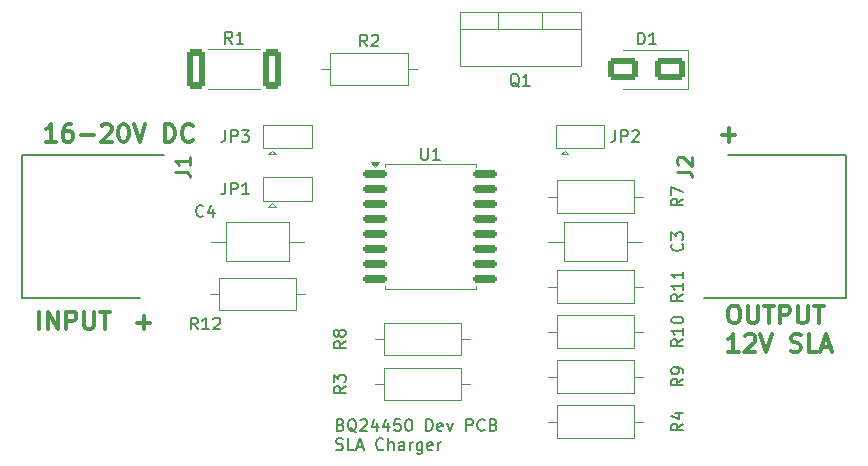
<source format=gto>
G04 #@! TF.GenerationSoftware,KiCad,Pcbnew,8.0.0*
G04 #@! TF.CreationDate,2024-03-03T11:24:10+11:00*
G04 #@! TF.ProjectId,BatteryCharger,42617474-6572-4794-9368-61726765722e,rev?*
G04 #@! TF.SameCoordinates,Original*
G04 #@! TF.FileFunction,Legend,Top*
G04 #@! TF.FilePolarity,Positive*
%FSLAX46Y46*%
G04 Gerber Fmt 4.6, Leading zero omitted, Abs format (unit mm)*
G04 Created by KiCad (PCBNEW 8.0.0) date 2024-03-03 11:24:10*
%MOMM*%
%LPD*%
G01*
G04 APERTURE LIST*
G04 Aperture macros list*
%AMRoundRect*
0 Rectangle with rounded corners*
0 $1 Rounding radius*
0 $2 $3 $4 $5 $6 $7 $8 $9 X,Y pos of 4 corners*
0 Add a 4 corners polygon primitive as box body*
4,1,4,$2,$3,$4,$5,$6,$7,$8,$9,$2,$3,0*
0 Add four circle primitives for the rounded corners*
1,1,$1+$1,$2,$3*
1,1,$1+$1,$4,$5*
1,1,$1+$1,$6,$7*
1,1,$1+$1,$8,$9*
0 Add four rect primitives between the rounded corners*
20,1,$1+$1,$2,$3,$4,$5,0*
20,1,$1+$1,$4,$5,$6,$7,0*
20,1,$1+$1,$6,$7,$8,$9,0*
20,1,$1+$1,$8,$9,$2,$3,0*%
G04 Aperture macros list end*
%ADD10C,0.300000*%
%ADD11C,0.150000*%
%ADD12C,0.254000*%
%ADD13C,0.120000*%
%ADD14C,0.200000*%
%ADD15RoundRect,0.250000X1.000000X0.650000X-1.000000X0.650000X-1.000000X-0.650000X1.000000X-0.650000X0*%
%ADD16R,2.400000X2.400000*%
%ADD17C,2.400000*%
%ADD18C,5.000000*%
%ADD19C,1.600000*%
%ADD20O,1.600000X1.600000*%
%ADD21R,1.000000X1.500000*%
%ADD22RoundRect,0.150000X-0.875000X-0.150000X0.875000X-0.150000X0.875000X0.150000X-0.875000X0.150000X0*%
%ADD23RoundRect,0.285714X-0.514286X-1.414286X0.514286X-1.414286X0.514286X1.414286X-0.514286X1.414286X0*%
%ADD24R,1.905000X2.000000*%
%ADD25O,1.905000X2.000000*%
G04 APERTURE END LIST*
D10*
X103424510Y-111624400D02*
X104567368Y-111624400D01*
X103995939Y-112195828D02*
X103995939Y-111052971D01*
X95169510Y-112195828D02*
X95169510Y-110695828D01*
X95883796Y-112195828D02*
X95883796Y-110695828D01*
X95883796Y-110695828D02*
X96740939Y-112195828D01*
X96740939Y-112195828D02*
X96740939Y-110695828D01*
X97455225Y-112195828D02*
X97455225Y-110695828D01*
X97455225Y-110695828D02*
X98026654Y-110695828D01*
X98026654Y-110695828D02*
X98169511Y-110767257D01*
X98169511Y-110767257D02*
X98240940Y-110838685D01*
X98240940Y-110838685D02*
X98312368Y-110981542D01*
X98312368Y-110981542D02*
X98312368Y-111195828D01*
X98312368Y-111195828D02*
X98240940Y-111338685D01*
X98240940Y-111338685D02*
X98169511Y-111410114D01*
X98169511Y-111410114D02*
X98026654Y-111481542D01*
X98026654Y-111481542D02*
X97455225Y-111481542D01*
X98955225Y-110695828D02*
X98955225Y-111910114D01*
X98955225Y-111910114D02*
X99026654Y-112052971D01*
X99026654Y-112052971D02*
X99098083Y-112124400D01*
X99098083Y-112124400D02*
X99240940Y-112195828D01*
X99240940Y-112195828D02*
X99526654Y-112195828D01*
X99526654Y-112195828D02*
X99669511Y-112124400D01*
X99669511Y-112124400D02*
X99740940Y-112052971D01*
X99740940Y-112052971D02*
X99812368Y-111910114D01*
X99812368Y-111910114D02*
X99812368Y-110695828D01*
X100312369Y-110695828D02*
X101169512Y-110695828D01*
X100740940Y-112195828D02*
X100740940Y-110695828D01*
X152954510Y-95749400D02*
X154097368Y-95749400D01*
X153525939Y-96320828D02*
X153525939Y-95177971D01*
D11*
X120685112Y-120291065D02*
X120827969Y-120338684D01*
X120827969Y-120338684D02*
X120875588Y-120386303D01*
X120875588Y-120386303D02*
X120923207Y-120481541D01*
X120923207Y-120481541D02*
X120923207Y-120624398D01*
X120923207Y-120624398D02*
X120875588Y-120719636D01*
X120875588Y-120719636D02*
X120827969Y-120767256D01*
X120827969Y-120767256D02*
X120732731Y-120814875D01*
X120732731Y-120814875D02*
X120351779Y-120814875D01*
X120351779Y-120814875D02*
X120351779Y-119814875D01*
X120351779Y-119814875D02*
X120685112Y-119814875D01*
X120685112Y-119814875D02*
X120780350Y-119862494D01*
X120780350Y-119862494D02*
X120827969Y-119910113D01*
X120827969Y-119910113D02*
X120875588Y-120005351D01*
X120875588Y-120005351D02*
X120875588Y-120100589D01*
X120875588Y-120100589D02*
X120827969Y-120195827D01*
X120827969Y-120195827D02*
X120780350Y-120243446D01*
X120780350Y-120243446D02*
X120685112Y-120291065D01*
X120685112Y-120291065D02*
X120351779Y-120291065D01*
X122018445Y-120910113D02*
X121923207Y-120862494D01*
X121923207Y-120862494D02*
X121827969Y-120767256D01*
X121827969Y-120767256D02*
X121685112Y-120624398D01*
X121685112Y-120624398D02*
X121589874Y-120576779D01*
X121589874Y-120576779D02*
X121494636Y-120576779D01*
X121542255Y-120814875D02*
X121447017Y-120767256D01*
X121447017Y-120767256D02*
X121351779Y-120672017D01*
X121351779Y-120672017D02*
X121304160Y-120481541D01*
X121304160Y-120481541D02*
X121304160Y-120148208D01*
X121304160Y-120148208D02*
X121351779Y-119957732D01*
X121351779Y-119957732D02*
X121447017Y-119862494D01*
X121447017Y-119862494D02*
X121542255Y-119814875D01*
X121542255Y-119814875D02*
X121732731Y-119814875D01*
X121732731Y-119814875D02*
X121827969Y-119862494D01*
X121827969Y-119862494D02*
X121923207Y-119957732D01*
X121923207Y-119957732D02*
X121970826Y-120148208D01*
X121970826Y-120148208D02*
X121970826Y-120481541D01*
X121970826Y-120481541D02*
X121923207Y-120672017D01*
X121923207Y-120672017D02*
X121827969Y-120767256D01*
X121827969Y-120767256D02*
X121732731Y-120814875D01*
X121732731Y-120814875D02*
X121542255Y-120814875D01*
X122351779Y-119910113D02*
X122399398Y-119862494D01*
X122399398Y-119862494D02*
X122494636Y-119814875D01*
X122494636Y-119814875D02*
X122732731Y-119814875D01*
X122732731Y-119814875D02*
X122827969Y-119862494D01*
X122827969Y-119862494D02*
X122875588Y-119910113D01*
X122875588Y-119910113D02*
X122923207Y-120005351D01*
X122923207Y-120005351D02*
X122923207Y-120100589D01*
X122923207Y-120100589D02*
X122875588Y-120243446D01*
X122875588Y-120243446D02*
X122304160Y-120814875D01*
X122304160Y-120814875D02*
X122923207Y-120814875D01*
X123780350Y-120148208D02*
X123780350Y-120814875D01*
X123542255Y-119767256D02*
X123304160Y-120481541D01*
X123304160Y-120481541D02*
X123923207Y-120481541D01*
X124732731Y-120148208D02*
X124732731Y-120814875D01*
X124494636Y-119767256D02*
X124256541Y-120481541D01*
X124256541Y-120481541D02*
X124875588Y-120481541D01*
X125732731Y-119814875D02*
X125256541Y-119814875D01*
X125256541Y-119814875D02*
X125208922Y-120291065D01*
X125208922Y-120291065D02*
X125256541Y-120243446D01*
X125256541Y-120243446D02*
X125351779Y-120195827D01*
X125351779Y-120195827D02*
X125589874Y-120195827D01*
X125589874Y-120195827D02*
X125685112Y-120243446D01*
X125685112Y-120243446D02*
X125732731Y-120291065D01*
X125732731Y-120291065D02*
X125780350Y-120386303D01*
X125780350Y-120386303D02*
X125780350Y-120624398D01*
X125780350Y-120624398D02*
X125732731Y-120719636D01*
X125732731Y-120719636D02*
X125685112Y-120767256D01*
X125685112Y-120767256D02*
X125589874Y-120814875D01*
X125589874Y-120814875D02*
X125351779Y-120814875D01*
X125351779Y-120814875D02*
X125256541Y-120767256D01*
X125256541Y-120767256D02*
X125208922Y-120719636D01*
X126399398Y-119814875D02*
X126494636Y-119814875D01*
X126494636Y-119814875D02*
X126589874Y-119862494D01*
X126589874Y-119862494D02*
X126637493Y-119910113D01*
X126637493Y-119910113D02*
X126685112Y-120005351D01*
X126685112Y-120005351D02*
X126732731Y-120195827D01*
X126732731Y-120195827D02*
X126732731Y-120433922D01*
X126732731Y-120433922D02*
X126685112Y-120624398D01*
X126685112Y-120624398D02*
X126637493Y-120719636D01*
X126637493Y-120719636D02*
X126589874Y-120767256D01*
X126589874Y-120767256D02*
X126494636Y-120814875D01*
X126494636Y-120814875D02*
X126399398Y-120814875D01*
X126399398Y-120814875D02*
X126304160Y-120767256D01*
X126304160Y-120767256D02*
X126256541Y-120719636D01*
X126256541Y-120719636D02*
X126208922Y-120624398D01*
X126208922Y-120624398D02*
X126161303Y-120433922D01*
X126161303Y-120433922D02*
X126161303Y-120195827D01*
X126161303Y-120195827D02*
X126208922Y-120005351D01*
X126208922Y-120005351D02*
X126256541Y-119910113D01*
X126256541Y-119910113D02*
X126304160Y-119862494D01*
X126304160Y-119862494D02*
X126399398Y-119814875D01*
X127923208Y-120814875D02*
X127923208Y-119814875D01*
X127923208Y-119814875D02*
X128161303Y-119814875D01*
X128161303Y-119814875D02*
X128304160Y-119862494D01*
X128304160Y-119862494D02*
X128399398Y-119957732D01*
X128399398Y-119957732D02*
X128447017Y-120052970D01*
X128447017Y-120052970D02*
X128494636Y-120243446D01*
X128494636Y-120243446D02*
X128494636Y-120386303D01*
X128494636Y-120386303D02*
X128447017Y-120576779D01*
X128447017Y-120576779D02*
X128399398Y-120672017D01*
X128399398Y-120672017D02*
X128304160Y-120767256D01*
X128304160Y-120767256D02*
X128161303Y-120814875D01*
X128161303Y-120814875D02*
X127923208Y-120814875D01*
X129304160Y-120767256D02*
X129208922Y-120814875D01*
X129208922Y-120814875D02*
X129018446Y-120814875D01*
X129018446Y-120814875D02*
X128923208Y-120767256D01*
X128923208Y-120767256D02*
X128875589Y-120672017D01*
X128875589Y-120672017D02*
X128875589Y-120291065D01*
X128875589Y-120291065D02*
X128923208Y-120195827D01*
X128923208Y-120195827D02*
X129018446Y-120148208D01*
X129018446Y-120148208D02*
X129208922Y-120148208D01*
X129208922Y-120148208D02*
X129304160Y-120195827D01*
X129304160Y-120195827D02*
X129351779Y-120291065D01*
X129351779Y-120291065D02*
X129351779Y-120386303D01*
X129351779Y-120386303D02*
X128875589Y-120481541D01*
X129685113Y-120148208D02*
X129923208Y-120814875D01*
X129923208Y-120814875D02*
X130161303Y-120148208D01*
X131304161Y-120814875D02*
X131304161Y-119814875D01*
X131304161Y-119814875D02*
X131685113Y-119814875D01*
X131685113Y-119814875D02*
X131780351Y-119862494D01*
X131780351Y-119862494D02*
X131827970Y-119910113D01*
X131827970Y-119910113D02*
X131875589Y-120005351D01*
X131875589Y-120005351D02*
X131875589Y-120148208D01*
X131875589Y-120148208D02*
X131827970Y-120243446D01*
X131827970Y-120243446D02*
X131780351Y-120291065D01*
X131780351Y-120291065D02*
X131685113Y-120338684D01*
X131685113Y-120338684D02*
X131304161Y-120338684D01*
X132875589Y-120719636D02*
X132827970Y-120767256D01*
X132827970Y-120767256D02*
X132685113Y-120814875D01*
X132685113Y-120814875D02*
X132589875Y-120814875D01*
X132589875Y-120814875D02*
X132447018Y-120767256D01*
X132447018Y-120767256D02*
X132351780Y-120672017D01*
X132351780Y-120672017D02*
X132304161Y-120576779D01*
X132304161Y-120576779D02*
X132256542Y-120386303D01*
X132256542Y-120386303D02*
X132256542Y-120243446D01*
X132256542Y-120243446D02*
X132304161Y-120052970D01*
X132304161Y-120052970D02*
X132351780Y-119957732D01*
X132351780Y-119957732D02*
X132447018Y-119862494D01*
X132447018Y-119862494D02*
X132589875Y-119814875D01*
X132589875Y-119814875D02*
X132685113Y-119814875D01*
X132685113Y-119814875D02*
X132827970Y-119862494D01*
X132827970Y-119862494D02*
X132875589Y-119910113D01*
X133637494Y-120291065D02*
X133780351Y-120338684D01*
X133780351Y-120338684D02*
X133827970Y-120386303D01*
X133827970Y-120386303D02*
X133875589Y-120481541D01*
X133875589Y-120481541D02*
X133875589Y-120624398D01*
X133875589Y-120624398D02*
X133827970Y-120719636D01*
X133827970Y-120719636D02*
X133780351Y-120767256D01*
X133780351Y-120767256D02*
X133685113Y-120814875D01*
X133685113Y-120814875D02*
X133304161Y-120814875D01*
X133304161Y-120814875D02*
X133304161Y-119814875D01*
X133304161Y-119814875D02*
X133637494Y-119814875D01*
X133637494Y-119814875D02*
X133732732Y-119862494D01*
X133732732Y-119862494D02*
X133780351Y-119910113D01*
X133780351Y-119910113D02*
X133827970Y-120005351D01*
X133827970Y-120005351D02*
X133827970Y-120100589D01*
X133827970Y-120100589D02*
X133780351Y-120195827D01*
X133780351Y-120195827D02*
X133732732Y-120243446D01*
X133732732Y-120243446D02*
X133637494Y-120291065D01*
X133637494Y-120291065D02*
X133304161Y-120291065D01*
X120304160Y-122377200D02*
X120447017Y-122424819D01*
X120447017Y-122424819D02*
X120685112Y-122424819D01*
X120685112Y-122424819D02*
X120780350Y-122377200D01*
X120780350Y-122377200D02*
X120827969Y-122329580D01*
X120827969Y-122329580D02*
X120875588Y-122234342D01*
X120875588Y-122234342D02*
X120875588Y-122139104D01*
X120875588Y-122139104D02*
X120827969Y-122043866D01*
X120827969Y-122043866D02*
X120780350Y-121996247D01*
X120780350Y-121996247D02*
X120685112Y-121948628D01*
X120685112Y-121948628D02*
X120494636Y-121901009D01*
X120494636Y-121901009D02*
X120399398Y-121853390D01*
X120399398Y-121853390D02*
X120351779Y-121805771D01*
X120351779Y-121805771D02*
X120304160Y-121710533D01*
X120304160Y-121710533D02*
X120304160Y-121615295D01*
X120304160Y-121615295D02*
X120351779Y-121520057D01*
X120351779Y-121520057D02*
X120399398Y-121472438D01*
X120399398Y-121472438D02*
X120494636Y-121424819D01*
X120494636Y-121424819D02*
X120732731Y-121424819D01*
X120732731Y-121424819D02*
X120875588Y-121472438D01*
X121780350Y-122424819D02*
X121304160Y-122424819D01*
X121304160Y-122424819D02*
X121304160Y-121424819D01*
X122066065Y-122139104D02*
X122542255Y-122139104D01*
X121970827Y-122424819D02*
X122304160Y-121424819D01*
X122304160Y-121424819D02*
X122637493Y-122424819D01*
X124304160Y-122329580D02*
X124256541Y-122377200D01*
X124256541Y-122377200D02*
X124113684Y-122424819D01*
X124113684Y-122424819D02*
X124018446Y-122424819D01*
X124018446Y-122424819D02*
X123875589Y-122377200D01*
X123875589Y-122377200D02*
X123780351Y-122281961D01*
X123780351Y-122281961D02*
X123732732Y-122186723D01*
X123732732Y-122186723D02*
X123685113Y-121996247D01*
X123685113Y-121996247D02*
X123685113Y-121853390D01*
X123685113Y-121853390D02*
X123732732Y-121662914D01*
X123732732Y-121662914D02*
X123780351Y-121567676D01*
X123780351Y-121567676D02*
X123875589Y-121472438D01*
X123875589Y-121472438D02*
X124018446Y-121424819D01*
X124018446Y-121424819D02*
X124113684Y-121424819D01*
X124113684Y-121424819D02*
X124256541Y-121472438D01*
X124256541Y-121472438D02*
X124304160Y-121520057D01*
X124732732Y-122424819D02*
X124732732Y-121424819D01*
X125161303Y-122424819D02*
X125161303Y-121901009D01*
X125161303Y-121901009D02*
X125113684Y-121805771D01*
X125113684Y-121805771D02*
X125018446Y-121758152D01*
X125018446Y-121758152D02*
X124875589Y-121758152D01*
X124875589Y-121758152D02*
X124780351Y-121805771D01*
X124780351Y-121805771D02*
X124732732Y-121853390D01*
X126066065Y-122424819D02*
X126066065Y-121901009D01*
X126066065Y-121901009D02*
X126018446Y-121805771D01*
X126018446Y-121805771D02*
X125923208Y-121758152D01*
X125923208Y-121758152D02*
X125732732Y-121758152D01*
X125732732Y-121758152D02*
X125637494Y-121805771D01*
X126066065Y-122377200D02*
X125970827Y-122424819D01*
X125970827Y-122424819D02*
X125732732Y-122424819D01*
X125732732Y-122424819D02*
X125637494Y-122377200D01*
X125637494Y-122377200D02*
X125589875Y-122281961D01*
X125589875Y-122281961D02*
X125589875Y-122186723D01*
X125589875Y-122186723D02*
X125637494Y-122091485D01*
X125637494Y-122091485D02*
X125732732Y-122043866D01*
X125732732Y-122043866D02*
X125970827Y-122043866D01*
X125970827Y-122043866D02*
X126066065Y-121996247D01*
X126542256Y-122424819D02*
X126542256Y-121758152D01*
X126542256Y-121948628D02*
X126589875Y-121853390D01*
X126589875Y-121853390D02*
X126637494Y-121805771D01*
X126637494Y-121805771D02*
X126732732Y-121758152D01*
X126732732Y-121758152D02*
X126827970Y-121758152D01*
X127589875Y-121758152D02*
X127589875Y-122567676D01*
X127589875Y-122567676D02*
X127542256Y-122662914D01*
X127542256Y-122662914D02*
X127494637Y-122710533D01*
X127494637Y-122710533D02*
X127399399Y-122758152D01*
X127399399Y-122758152D02*
X127256542Y-122758152D01*
X127256542Y-122758152D02*
X127161304Y-122710533D01*
X127589875Y-122377200D02*
X127494637Y-122424819D01*
X127494637Y-122424819D02*
X127304161Y-122424819D01*
X127304161Y-122424819D02*
X127208923Y-122377200D01*
X127208923Y-122377200D02*
X127161304Y-122329580D01*
X127161304Y-122329580D02*
X127113685Y-122234342D01*
X127113685Y-122234342D02*
X127113685Y-121948628D01*
X127113685Y-121948628D02*
X127161304Y-121853390D01*
X127161304Y-121853390D02*
X127208923Y-121805771D01*
X127208923Y-121805771D02*
X127304161Y-121758152D01*
X127304161Y-121758152D02*
X127494637Y-121758152D01*
X127494637Y-121758152D02*
X127589875Y-121805771D01*
X128447018Y-122377200D02*
X128351780Y-122424819D01*
X128351780Y-122424819D02*
X128161304Y-122424819D01*
X128161304Y-122424819D02*
X128066066Y-122377200D01*
X128066066Y-122377200D02*
X128018447Y-122281961D01*
X128018447Y-122281961D02*
X128018447Y-121901009D01*
X128018447Y-121901009D02*
X128066066Y-121805771D01*
X128066066Y-121805771D02*
X128161304Y-121758152D01*
X128161304Y-121758152D02*
X128351780Y-121758152D01*
X128351780Y-121758152D02*
X128447018Y-121805771D01*
X128447018Y-121805771D02*
X128494637Y-121901009D01*
X128494637Y-121901009D02*
X128494637Y-121996247D01*
X128494637Y-121996247D02*
X128018447Y-122091485D01*
X128923209Y-122424819D02*
X128923209Y-121758152D01*
X128923209Y-121948628D02*
X128970828Y-121853390D01*
X128970828Y-121853390D02*
X129018447Y-121805771D01*
X129018447Y-121805771D02*
X129113685Y-121758152D01*
X129113685Y-121758152D02*
X129208923Y-121758152D01*
D10*
X96590225Y-96320828D02*
X95733082Y-96320828D01*
X96161653Y-96320828D02*
X96161653Y-94820828D01*
X96161653Y-94820828D02*
X96018796Y-95035114D01*
X96018796Y-95035114D02*
X95875939Y-95177971D01*
X95875939Y-95177971D02*
X95733082Y-95249400D01*
X97875939Y-94820828D02*
X97590224Y-94820828D01*
X97590224Y-94820828D02*
X97447367Y-94892257D01*
X97447367Y-94892257D02*
X97375939Y-94963685D01*
X97375939Y-94963685D02*
X97233081Y-95177971D01*
X97233081Y-95177971D02*
X97161653Y-95463685D01*
X97161653Y-95463685D02*
X97161653Y-96035114D01*
X97161653Y-96035114D02*
X97233081Y-96177971D01*
X97233081Y-96177971D02*
X97304510Y-96249400D01*
X97304510Y-96249400D02*
X97447367Y-96320828D01*
X97447367Y-96320828D02*
X97733081Y-96320828D01*
X97733081Y-96320828D02*
X97875939Y-96249400D01*
X97875939Y-96249400D02*
X97947367Y-96177971D01*
X97947367Y-96177971D02*
X98018796Y-96035114D01*
X98018796Y-96035114D02*
X98018796Y-95677971D01*
X98018796Y-95677971D02*
X97947367Y-95535114D01*
X97947367Y-95535114D02*
X97875939Y-95463685D01*
X97875939Y-95463685D02*
X97733081Y-95392257D01*
X97733081Y-95392257D02*
X97447367Y-95392257D01*
X97447367Y-95392257D02*
X97304510Y-95463685D01*
X97304510Y-95463685D02*
X97233081Y-95535114D01*
X97233081Y-95535114D02*
X97161653Y-95677971D01*
X98661652Y-95749400D02*
X99804510Y-95749400D01*
X100447367Y-94963685D02*
X100518795Y-94892257D01*
X100518795Y-94892257D02*
X100661653Y-94820828D01*
X100661653Y-94820828D02*
X101018795Y-94820828D01*
X101018795Y-94820828D02*
X101161653Y-94892257D01*
X101161653Y-94892257D02*
X101233081Y-94963685D01*
X101233081Y-94963685D02*
X101304510Y-95106542D01*
X101304510Y-95106542D02*
X101304510Y-95249400D01*
X101304510Y-95249400D02*
X101233081Y-95463685D01*
X101233081Y-95463685D02*
X100375938Y-96320828D01*
X100375938Y-96320828D02*
X101304510Y-96320828D01*
X102233081Y-94820828D02*
X102375938Y-94820828D01*
X102375938Y-94820828D02*
X102518795Y-94892257D01*
X102518795Y-94892257D02*
X102590224Y-94963685D01*
X102590224Y-94963685D02*
X102661652Y-95106542D01*
X102661652Y-95106542D02*
X102733081Y-95392257D01*
X102733081Y-95392257D02*
X102733081Y-95749400D01*
X102733081Y-95749400D02*
X102661652Y-96035114D01*
X102661652Y-96035114D02*
X102590224Y-96177971D01*
X102590224Y-96177971D02*
X102518795Y-96249400D01*
X102518795Y-96249400D02*
X102375938Y-96320828D01*
X102375938Y-96320828D02*
X102233081Y-96320828D01*
X102233081Y-96320828D02*
X102090224Y-96249400D01*
X102090224Y-96249400D02*
X102018795Y-96177971D01*
X102018795Y-96177971D02*
X101947366Y-96035114D01*
X101947366Y-96035114D02*
X101875938Y-95749400D01*
X101875938Y-95749400D02*
X101875938Y-95392257D01*
X101875938Y-95392257D02*
X101947366Y-95106542D01*
X101947366Y-95106542D02*
X102018795Y-94963685D01*
X102018795Y-94963685D02*
X102090224Y-94892257D01*
X102090224Y-94892257D02*
X102233081Y-94820828D01*
X103161652Y-94820828D02*
X103661652Y-96320828D01*
X103661652Y-96320828D02*
X104161652Y-94820828D01*
X105804508Y-96320828D02*
X105804508Y-94820828D01*
X105804508Y-94820828D02*
X106161651Y-94820828D01*
X106161651Y-94820828D02*
X106375937Y-94892257D01*
X106375937Y-94892257D02*
X106518794Y-95035114D01*
X106518794Y-95035114D02*
X106590223Y-95177971D01*
X106590223Y-95177971D02*
X106661651Y-95463685D01*
X106661651Y-95463685D02*
X106661651Y-95677971D01*
X106661651Y-95677971D02*
X106590223Y-95963685D01*
X106590223Y-95963685D02*
X106518794Y-96106542D01*
X106518794Y-96106542D02*
X106375937Y-96249400D01*
X106375937Y-96249400D02*
X106161651Y-96320828D01*
X106161651Y-96320828D02*
X105804508Y-96320828D01*
X108161651Y-96177971D02*
X108090223Y-96249400D01*
X108090223Y-96249400D02*
X107875937Y-96320828D01*
X107875937Y-96320828D02*
X107733080Y-96320828D01*
X107733080Y-96320828D02*
X107518794Y-96249400D01*
X107518794Y-96249400D02*
X107375937Y-96106542D01*
X107375937Y-96106542D02*
X107304508Y-95963685D01*
X107304508Y-95963685D02*
X107233080Y-95677971D01*
X107233080Y-95677971D02*
X107233080Y-95463685D01*
X107233080Y-95463685D02*
X107304508Y-95177971D01*
X107304508Y-95177971D02*
X107375937Y-95035114D01*
X107375937Y-95035114D02*
X107518794Y-94892257D01*
X107518794Y-94892257D02*
X107733080Y-94820828D01*
X107733080Y-94820828D02*
X107875937Y-94820828D01*
X107875937Y-94820828D02*
X108090223Y-94892257D01*
X108090223Y-94892257D02*
X108161651Y-94963685D01*
X153875225Y-110185912D02*
X154160939Y-110185912D01*
X154160939Y-110185912D02*
X154303796Y-110257341D01*
X154303796Y-110257341D02*
X154446653Y-110400198D01*
X154446653Y-110400198D02*
X154518082Y-110685912D01*
X154518082Y-110685912D02*
X154518082Y-111185912D01*
X154518082Y-111185912D02*
X154446653Y-111471626D01*
X154446653Y-111471626D02*
X154303796Y-111614484D01*
X154303796Y-111614484D02*
X154160939Y-111685912D01*
X154160939Y-111685912D02*
X153875225Y-111685912D01*
X153875225Y-111685912D02*
X153732368Y-111614484D01*
X153732368Y-111614484D02*
X153589510Y-111471626D01*
X153589510Y-111471626D02*
X153518082Y-111185912D01*
X153518082Y-111185912D02*
X153518082Y-110685912D01*
X153518082Y-110685912D02*
X153589510Y-110400198D01*
X153589510Y-110400198D02*
X153732368Y-110257341D01*
X153732368Y-110257341D02*
X153875225Y-110185912D01*
X155160939Y-110185912D02*
X155160939Y-111400198D01*
X155160939Y-111400198D02*
X155232368Y-111543055D01*
X155232368Y-111543055D02*
X155303797Y-111614484D01*
X155303797Y-111614484D02*
X155446654Y-111685912D01*
X155446654Y-111685912D02*
X155732368Y-111685912D01*
X155732368Y-111685912D02*
X155875225Y-111614484D01*
X155875225Y-111614484D02*
X155946654Y-111543055D01*
X155946654Y-111543055D02*
X156018082Y-111400198D01*
X156018082Y-111400198D02*
X156018082Y-110185912D01*
X156518083Y-110185912D02*
X157375226Y-110185912D01*
X156946654Y-111685912D02*
X156946654Y-110185912D01*
X157875225Y-111685912D02*
X157875225Y-110185912D01*
X157875225Y-110185912D02*
X158446654Y-110185912D01*
X158446654Y-110185912D02*
X158589511Y-110257341D01*
X158589511Y-110257341D02*
X158660940Y-110328769D01*
X158660940Y-110328769D02*
X158732368Y-110471626D01*
X158732368Y-110471626D02*
X158732368Y-110685912D01*
X158732368Y-110685912D02*
X158660940Y-110828769D01*
X158660940Y-110828769D02*
X158589511Y-110900198D01*
X158589511Y-110900198D02*
X158446654Y-110971626D01*
X158446654Y-110971626D02*
X157875225Y-110971626D01*
X159375225Y-110185912D02*
X159375225Y-111400198D01*
X159375225Y-111400198D02*
X159446654Y-111543055D01*
X159446654Y-111543055D02*
X159518083Y-111614484D01*
X159518083Y-111614484D02*
X159660940Y-111685912D01*
X159660940Y-111685912D02*
X159946654Y-111685912D01*
X159946654Y-111685912D02*
X160089511Y-111614484D01*
X160089511Y-111614484D02*
X160160940Y-111543055D01*
X160160940Y-111543055D02*
X160232368Y-111400198D01*
X160232368Y-111400198D02*
X160232368Y-110185912D01*
X160732369Y-110185912D02*
X161589512Y-110185912D01*
X161160940Y-111685912D02*
X161160940Y-110185912D01*
X154375225Y-114100828D02*
X153518082Y-114100828D01*
X153946653Y-114100828D02*
X153946653Y-112600828D01*
X153946653Y-112600828D02*
X153803796Y-112815114D01*
X153803796Y-112815114D02*
X153660939Y-112957971D01*
X153660939Y-112957971D02*
X153518082Y-113029400D01*
X154946653Y-112743685D02*
X155018081Y-112672257D01*
X155018081Y-112672257D02*
X155160939Y-112600828D01*
X155160939Y-112600828D02*
X155518081Y-112600828D01*
X155518081Y-112600828D02*
X155660939Y-112672257D01*
X155660939Y-112672257D02*
X155732367Y-112743685D01*
X155732367Y-112743685D02*
X155803796Y-112886542D01*
X155803796Y-112886542D02*
X155803796Y-113029400D01*
X155803796Y-113029400D02*
X155732367Y-113243685D01*
X155732367Y-113243685D02*
X154875224Y-114100828D01*
X154875224Y-114100828D02*
X155803796Y-114100828D01*
X156232367Y-112600828D02*
X156732367Y-114100828D01*
X156732367Y-114100828D02*
X157232367Y-112600828D01*
X158803795Y-114029400D02*
X159018081Y-114100828D01*
X159018081Y-114100828D02*
X159375223Y-114100828D01*
X159375223Y-114100828D02*
X159518081Y-114029400D01*
X159518081Y-114029400D02*
X159589509Y-113957971D01*
X159589509Y-113957971D02*
X159660938Y-113815114D01*
X159660938Y-113815114D02*
X159660938Y-113672257D01*
X159660938Y-113672257D02*
X159589509Y-113529400D01*
X159589509Y-113529400D02*
X159518081Y-113457971D01*
X159518081Y-113457971D02*
X159375223Y-113386542D01*
X159375223Y-113386542D02*
X159089509Y-113315114D01*
X159089509Y-113315114D02*
X158946652Y-113243685D01*
X158946652Y-113243685D02*
X158875223Y-113172257D01*
X158875223Y-113172257D02*
X158803795Y-113029400D01*
X158803795Y-113029400D02*
X158803795Y-112886542D01*
X158803795Y-112886542D02*
X158875223Y-112743685D01*
X158875223Y-112743685D02*
X158946652Y-112672257D01*
X158946652Y-112672257D02*
X159089509Y-112600828D01*
X159089509Y-112600828D02*
X159446652Y-112600828D01*
X159446652Y-112600828D02*
X159660938Y-112672257D01*
X161018080Y-114100828D02*
X160303794Y-114100828D01*
X160303794Y-114100828D02*
X160303794Y-112600828D01*
X161446652Y-113672257D02*
X162160938Y-113672257D01*
X161303795Y-114100828D02*
X161803795Y-112600828D01*
X161803795Y-112600828D02*
X162303795Y-114100828D01*
D11*
X145851905Y-88084819D02*
X145851905Y-87084819D01*
X145851905Y-87084819D02*
X146090000Y-87084819D01*
X146090000Y-87084819D02*
X146232857Y-87132438D01*
X146232857Y-87132438D02*
X146328095Y-87227676D01*
X146328095Y-87227676D02*
X146375714Y-87322914D01*
X146375714Y-87322914D02*
X146423333Y-87513390D01*
X146423333Y-87513390D02*
X146423333Y-87656247D01*
X146423333Y-87656247D02*
X146375714Y-87846723D01*
X146375714Y-87846723D02*
X146328095Y-87941961D01*
X146328095Y-87941961D02*
X146232857Y-88037200D01*
X146232857Y-88037200D02*
X146090000Y-88084819D01*
X146090000Y-88084819D02*
X145851905Y-88084819D01*
X147375714Y-88084819D02*
X146804286Y-88084819D01*
X147090000Y-88084819D02*
X147090000Y-87084819D01*
X147090000Y-87084819D02*
X146994762Y-87227676D01*
X146994762Y-87227676D02*
X146899524Y-87322914D01*
X146899524Y-87322914D02*
X146804286Y-87370533D01*
D12*
X149164318Y-98848332D02*
X150071461Y-98848332D01*
X150071461Y-98848332D02*
X150252889Y-98908809D01*
X150252889Y-98908809D02*
X150373842Y-99029761D01*
X150373842Y-99029761D02*
X150434318Y-99211190D01*
X150434318Y-99211190D02*
X150434318Y-99332142D01*
X149285270Y-98304047D02*
X149224794Y-98243571D01*
X149224794Y-98243571D02*
X149164318Y-98122618D01*
X149164318Y-98122618D02*
X149164318Y-97820237D01*
X149164318Y-97820237D02*
X149224794Y-97699285D01*
X149224794Y-97699285D02*
X149285270Y-97638809D01*
X149285270Y-97638809D02*
X149406222Y-97578332D01*
X149406222Y-97578332D02*
X149527175Y-97578332D01*
X149527175Y-97578332D02*
X149708603Y-97638809D01*
X149708603Y-97638809D02*
X150434318Y-98364523D01*
X150434318Y-98364523D02*
X150434318Y-97578332D01*
D11*
X109053333Y-102594580D02*
X109005714Y-102642200D01*
X109005714Y-102642200D02*
X108862857Y-102689819D01*
X108862857Y-102689819D02*
X108767619Y-102689819D01*
X108767619Y-102689819D02*
X108624762Y-102642200D01*
X108624762Y-102642200D02*
X108529524Y-102546961D01*
X108529524Y-102546961D02*
X108481905Y-102451723D01*
X108481905Y-102451723D02*
X108434286Y-102261247D01*
X108434286Y-102261247D02*
X108434286Y-102118390D01*
X108434286Y-102118390D02*
X108481905Y-101927914D01*
X108481905Y-101927914D02*
X108529524Y-101832676D01*
X108529524Y-101832676D02*
X108624762Y-101737438D01*
X108624762Y-101737438D02*
X108767619Y-101689819D01*
X108767619Y-101689819D02*
X108862857Y-101689819D01*
X108862857Y-101689819D02*
X109005714Y-101737438D01*
X109005714Y-101737438D02*
X109053333Y-101785057D01*
X109910476Y-102023152D02*
X109910476Y-102689819D01*
X109672381Y-101642200D02*
X109434286Y-102356485D01*
X109434286Y-102356485D02*
X110053333Y-102356485D01*
X149584580Y-104941666D02*
X149632200Y-104989285D01*
X149632200Y-104989285D02*
X149679819Y-105132142D01*
X149679819Y-105132142D02*
X149679819Y-105227380D01*
X149679819Y-105227380D02*
X149632200Y-105370237D01*
X149632200Y-105370237D02*
X149536961Y-105465475D01*
X149536961Y-105465475D02*
X149441723Y-105513094D01*
X149441723Y-105513094D02*
X149251247Y-105560713D01*
X149251247Y-105560713D02*
X149108390Y-105560713D01*
X149108390Y-105560713D02*
X148917914Y-105513094D01*
X148917914Y-105513094D02*
X148822676Y-105465475D01*
X148822676Y-105465475D02*
X148727438Y-105370237D01*
X148727438Y-105370237D02*
X148679819Y-105227380D01*
X148679819Y-105227380D02*
X148679819Y-105132142D01*
X148679819Y-105132142D02*
X148727438Y-104989285D01*
X148727438Y-104989285D02*
X148775057Y-104941666D01*
X148679819Y-104608332D02*
X148679819Y-103989285D01*
X148679819Y-103989285D02*
X149060771Y-104322618D01*
X149060771Y-104322618D02*
X149060771Y-104179761D01*
X149060771Y-104179761D02*
X149108390Y-104084523D01*
X149108390Y-104084523D02*
X149156009Y-104036904D01*
X149156009Y-104036904D02*
X149251247Y-103989285D01*
X149251247Y-103989285D02*
X149489342Y-103989285D01*
X149489342Y-103989285D02*
X149584580Y-104036904D01*
X149584580Y-104036904D02*
X149632200Y-104084523D01*
X149632200Y-104084523D02*
X149679819Y-104179761D01*
X149679819Y-104179761D02*
X149679819Y-104465475D01*
X149679819Y-104465475D02*
X149632200Y-104560713D01*
X149632200Y-104560713D02*
X149584580Y-104608332D01*
X110926666Y-95339819D02*
X110926666Y-96054104D01*
X110926666Y-96054104D02*
X110879047Y-96196961D01*
X110879047Y-96196961D02*
X110783809Y-96292200D01*
X110783809Y-96292200D02*
X110640952Y-96339819D01*
X110640952Y-96339819D02*
X110545714Y-96339819D01*
X111402857Y-96339819D02*
X111402857Y-95339819D01*
X111402857Y-95339819D02*
X111783809Y-95339819D01*
X111783809Y-95339819D02*
X111879047Y-95387438D01*
X111879047Y-95387438D02*
X111926666Y-95435057D01*
X111926666Y-95435057D02*
X111974285Y-95530295D01*
X111974285Y-95530295D02*
X111974285Y-95673152D01*
X111974285Y-95673152D02*
X111926666Y-95768390D01*
X111926666Y-95768390D02*
X111879047Y-95816009D01*
X111879047Y-95816009D02*
X111783809Y-95863628D01*
X111783809Y-95863628D02*
X111402857Y-95863628D01*
X112307619Y-95339819D02*
X112926666Y-95339819D01*
X112926666Y-95339819D02*
X112593333Y-95720771D01*
X112593333Y-95720771D02*
X112736190Y-95720771D01*
X112736190Y-95720771D02*
X112831428Y-95768390D01*
X112831428Y-95768390D02*
X112879047Y-95816009D01*
X112879047Y-95816009D02*
X112926666Y-95911247D01*
X112926666Y-95911247D02*
X112926666Y-96149342D01*
X112926666Y-96149342D02*
X112879047Y-96244580D01*
X112879047Y-96244580D02*
X112831428Y-96292200D01*
X112831428Y-96292200D02*
X112736190Y-96339819D01*
X112736190Y-96339819D02*
X112450476Y-96339819D01*
X112450476Y-96339819D02*
X112355238Y-96292200D01*
X112355238Y-96292200D02*
X112307619Y-96244580D01*
X143946666Y-95339819D02*
X143946666Y-96054104D01*
X143946666Y-96054104D02*
X143899047Y-96196961D01*
X143899047Y-96196961D02*
X143803809Y-96292200D01*
X143803809Y-96292200D02*
X143660952Y-96339819D01*
X143660952Y-96339819D02*
X143565714Y-96339819D01*
X144422857Y-96339819D02*
X144422857Y-95339819D01*
X144422857Y-95339819D02*
X144803809Y-95339819D01*
X144803809Y-95339819D02*
X144899047Y-95387438D01*
X144899047Y-95387438D02*
X144946666Y-95435057D01*
X144946666Y-95435057D02*
X144994285Y-95530295D01*
X144994285Y-95530295D02*
X144994285Y-95673152D01*
X144994285Y-95673152D02*
X144946666Y-95768390D01*
X144946666Y-95768390D02*
X144899047Y-95816009D01*
X144899047Y-95816009D02*
X144803809Y-95863628D01*
X144803809Y-95863628D02*
X144422857Y-95863628D01*
X145375238Y-95435057D02*
X145422857Y-95387438D01*
X145422857Y-95387438D02*
X145518095Y-95339819D01*
X145518095Y-95339819D02*
X145756190Y-95339819D01*
X145756190Y-95339819D02*
X145851428Y-95387438D01*
X145851428Y-95387438D02*
X145899047Y-95435057D01*
X145899047Y-95435057D02*
X145946666Y-95530295D01*
X145946666Y-95530295D02*
X145946666Y-95625533D01*
X145946666Y-95625533D02*
X145899047Y-95768390D01*
X145899047Y-95768390D02*
X145327619Y-96339819D01*
X145327619Y-96339819D02*
X145946666Y-96339819D01*
X149679819Y-101131666D02*
X149203628Y-101464999D01*
X149679819Y-101703094D02*
X148679819Y-101703094D01*
X148679819Y-101703094D02*
X148679819Y-101322142D01*
X148679819Y-101322142D02*
X148727438Y-101226904D01*
X148727438Y-101226904D02*
X148775057Y-101179285D01*
X148775057Y-101179285D02*
X148870295Y-101131666D01*
X148870295Y-101131666D02*
X149013152Y-101131666D01*
X149013152Y-101131666D02*
X149108390Y-101179285D01*
X149108390Y-101179285D02*
X149156009Y-101226904D01*
X149156009Y-101226904D02*
X149203628Y-101322142D01*
X149203628Y-101322142D02*
X149203628Y-101703094D01*
X148679819Y-100798332D02*
X148679819Y-100131666D01*
X148679819Y-100131666D02*
X149679819Y-100560237D01*
X108577142Y-112214819D02*
X108243809Y-111738628D01*
X108005714Y-112214819D02*
X108005714Y-111214819D01*
X108005714Y-111214819D02*
X108386666Y-111214819D01*
X108386666Y-111214819D02*
X108481904Y-111262438D01*
X108481904Y-111262438D02*
X108529523Y-111310057D01*
X108529523Y-111310057D02*
X108577142Y-111405295D01*
X108577142Y-111405295D02*
X108577142Y-111548152D01*
X108577142Y-111548152D02*
X108529523Y-111643390D01*
X108529523Y-111643390D02*
X108481904Y-111691009D01*
X108481904Y-111691009D02*
X108386666Y-111738628D01*
X108386666Y-111738628D02*
X108005714Y-111738628D01*
X109529523Y-112214819D02*
X108958095Y-112214819D01*
X109243809Y-112214819D02*
X109243809Y-111214819D01*
X109243809Y-111214819D02*
X109148571Y-111357676D01*
X109148571Y-111357676D02*
X109053333Y-111452914D01*
X109053333Y-111452914D02*
X108958095Y-111500533D01*
X109910476Y-111310057D02*
X109958095Y-111262438D01*
X109958095Y-111262438D02*
X110053333Y-111214819D01*
X110053333Y-111214819D02*
X110291428Y-111214819D01*
X110291428Y-111214819D02*
X110386666Y-111262438D01*
X110386666Y-111262438D02*
X110434285Y-111310057D01*
X110434285Y-111310057D02*
X110481904Y-111405295D01*
X110481904Y-111405295D02*
X110481904Y-111500533D01*
X110481904Y-111500533D02*
X110434285Y-111643390D01*
X110434285Y-111643390D02*
X109862857Y-112214819D01*
X109862857Y-112214819D02*
X110481904Y-112214819D01*
X110926666Y-99784819D02*
X110926666Y-100499104D01*
X110926666Y-100499104D02*
X110879047Y-100641961D01*
X110879047Y-100641961D02*
X110783809Y-100737200D01*
X110783809Y-100737200D02*
X110640952Y-100784819D01*
X110640952Y-100784819D02*
X110545714Y-100784819D01*
X111402857Y-100784819D02*
X111402857Y-99784819D01*
X111402857Y-99784819D02*
X111783809Y-99784819D01*
X111783809Y-99784819D02*
X111879047Y-99832438D01*
X111879047Y-99832438D02*
X111926666Y-99880057D01*
X111926666Y-99880057D02*
X111974285Y-99975295D01*
X111974285Y-99975295D02*
X111974285Y-100118152D01*
X111974285Y-100118152D02*
X111926666Y-100213390D01*
X111926666Y-100213390D02*
X111879047Y-100261009D01*
X111879047Y-100261009D02*
X111783809Y-100308628D01*
X111783809Y-100308628D02*
X111402857Y-100308628D01*
X112926666Y-100784819D02*
X112355238Y-100784819D01*
X112640952Y-100784819D02*
X112640952Y-99784819D01*
X112640952Y-99784819D02*
X112545714Y-99927676D01*
X112545714Y-99927676D02*
X112450476Y-100022914D01*
X112450476Y-100022914D02*
X112355238Y-100070533D01*
X122928333Y-88254819D02*
X122595000Y-87778628D01*
X122356905Y-88254819D02*
X122356905Y-87254819D01*
X122356905Y-87254819D02*
X122737857Y-87254819D01*
X122737857Y-87254819D02*
X122833095Y-87302438D01*
X122833095Y-87302438D02*
X122880714Y-87350057D01*
X122880714Y-87350057D02*
X122928333Y-87445295D01*
X122928333Y-87445295D02*
X122928333Y-87588152D01*
X122928333Y-87588152D02*
X122880714Y-87683390D01*
X122880714Y-87683390D02*
X122833095Y-87731009D01*
X122833095Y-87731009D02*
X122737857Y-87778628D01*
X122737857Y-87778628D02*
X122356905Y-87778628D01*
X123309286Y-87350057D02*
X123356905Y-87302438D01*
X123356905Y-87302438D02*
X123452143Y-87254819D01*
X123452143Y-87254819D02*
X123690238Y-87254819D01*
X123690238Y-87254819D02*
X123785476Y-87302438D01*
X123785476Y-87302438D02*
X123833095Y-87350057D01*
X123833095Y-87350057D02*
X123880714Y-87445295D01*
X123880714Y-87445295D02*
X123880714Y-87540533D01*
X123880714Y-87540533D02*
X123833095Y-87683390D01*
X123833095Y-87683390D02*
X123261667Y-88254819D01*
X123261667Y-88254819D02*
X123880714Y-88254819D01*
X149679819Y-116371666D02*
X149203628Y-116704999D01*
X149679819Y-116943094D02*
X148679819Y-116943094D01*
X148679819Y-116943094D02*
X148679819Y-116562142D01*
X148679819Y-116562142D02*
X148727438Y-116466904D01*
X148727438Y-116466904D02*
X148775057Y-116419285D01*
X148775057Y-116419285D02*
X148870295Y-116371666D01*
X148870295Y-116371666D02*
X149013152Y-116371666D01*
X149013152Y-116371666D02*
X149108390Y-116419285D01*
X149108390Y-116419285D02*
X149156009Y-116466904D01*
X149156009Y-116466904D02*
X149203628Y-116562142D01*
X149203628Y-116562142D02*
X149203628Y-116943094D01*
X149679819Y-115895475D02*
X149679819Y-115704999D01*
X149679819Y-115704999D02*
X149632200Y-115609761D01*
X149632200Y-115609761D02*
X149584580Y-115562142D01*
X149584580Y-115562142D02*
X149441723Y-115466904D01*
X149441723Y-115466904D02*
X149251247Y-115419285D01*
X149251247Y-115419285D02*
X148870295Y-115419285D01*
X148870295Y-115419285D02*
X148775057Y-115466904D01*
X148775057Y-115466904D02*
X148727438Y-115514523D01*
X148727438Y-115514523D02*
X148679819Y-115609761D01*
X148679819Y-115609761D02*
X148679819Y-115800237D01*
X148679819Y-115800237D02*
X148727438Y-115895475D01*
X148727438Y-115895475D02*
X148775057Y-115943094D01*
X148775057Y-115943094D02*
X148870295Y-115990713D01*
X148870295Y-115990713D02*
X149108390Y-115990713D01*
X149108390Y-115990713D02*
X149203628Y-115943094D01*
X149203628Y-115943094D02*
X149251247Y-115895475D01*
X149251247Y-115895475D02*
X149298866Y-115800237D01*
X149298866Y-115800237D02*
X149298866Y-115609761D01*
X149298866Y-115609761D02*
X149251247Y-115514523D01*
X149251247Y-115514523D02*
X149203628Y-115466904D01*
X149203628Y-115466904D02*
X149108390Y-115419285D01*
D12*
X106619318Y-98848332D02*
X107526461Y-98848332D01*
X107526461Y-98848332D02*
X107707889Y-98908809D01*
X107707889Y-98908809D02*
X107828842Y-99029761D01*
X107828842Y-99029761D02*
X107889318Y-99211190D01*
X107889318Y-99211190D02*
X107889318Y-99332142D01*
X107889318Y-97578332D02*
X107889318Y-98304047D01*
X107889318Y-97941190D02*
X106619318Y-97941190D01*
X106619318Y-97941190D02*
X106800746Y-98062142D01*
X106800746Y-98062142D02*
X106921699Y-98183094D01*
X106921699Y-98183094D02*
X106982175Y-98304047D01*
D11*
X149679819Y-109227857D02*
X149203628Y-109561190D01*
X149679819Y-109799285D02*
X148679819Y-109799285D01*
X148679819Y-109799285D02*
X148679819Y-109418333D01*
X148679819Y-109418333D02*
X148727438Y-109323095D01*
X148727438Y-109323095D02*
X148775057Y-109275476D01*
X148775057Y-109275476D02*
X148870295Y-109227857D01*
X148870295Y-109227857D02*
X149013152Y-109227857D01*
X149013152Y-109227857D02*
X149108390Y-109275476D01*
X149108390Y-109275476D02*
X149156009Y-109323095D01*
X149156009Y-109323095D02*
X149203628Y-109418333D01*
X149203628Y-109418333D02*
X149203628Y-109799285D01*
X149679819Y-108275476D02*
X149679819Y-108846904D01*
X149679819Y-108561190D02*
X148679819Y-108561190D01*
X148679819Y-108561190D02*
X148822676Y-108656428D01*
X148822676Y-108656428D02*
X148917914Y-108751666D01*
X148917914Y-108751666D02*
X148965533Y-108846904D01*
X149679819Y-107323095D02*
X149679819Y-107894523D01*
X149679819Y-107608809D02*
X148679819Y-107608809D01*
X148679819Y-107608809D02*
X148822676Y-107704047D01*
X148822676Y-107704047D02*
X148917914Y-107799285D01*
X148917914Y-107799285D02*
X148965533Y-107894523D01*
X149679819Y-113037857D02*
X149203628Y-113371190D01*
X149679819Y-113609285D02*
X148679819Y-113609285D01*
X148679819Y-113609285D02*
X148679819Y-113228333D01*
X148679819Y-113228333D02*
X148727438Y-113133095D01*
X148727438Y-113133095D02*
X148775057Y-113085476D01*
X148775057Y-113085476D02*
X148870295Y-113037857D01*
X148870295Y-113037857D02*
X149013152Y-113037857D01*
X149013152Y-113037857D02*
X149108390Y-113085476D01*
X149108390Y-113085476D02*
X149156009Y-113133095D01*
X149156009Y-113133095D02*
X149203628Y-113228333D01*
X149203628Y-113228333D02*
X149203628Y-113609285D01*
X149679819Y-112085476D02*
X149679819Y-112656904D01*
X149679819Y-112371190D02*
X148679819Y-112371190D01*
X148679819Y-112371190D02*
X148822676Y-112466428D01*
X148822676Y-112466428D02*
X148917914Y-112561666D01*
X148917914Y-112561666D02*
X148965533Y-112656904D01*
X148679819Y-111466428D02*
X148679819Y-111371190D01*
X148679819Y-111371190D02*
X148727438Y-111275952D01*
X148727438Y-111275952D02*
X148775057Y-111228333D01*
X148775057Y-111228333D02*
X148870295Y-111180714D01*
X148870295Y-111180714D02*
X149060771Y-111133095D01*
X149060771Y-111133095D02*
X149298866Y-111133095D01*
X149298866Y-111133095D02*
X149489342Y-111180714D01*
X149489342Y-111180714D02*
X149584580Y-111228333D01*
X149584580Y-111228333D02*
X149632200Y-111275952D01*
X149632200Y-111275952D02*
X149679819Y-111371190D01*
X149679819Y-111371190D02*
X149679819Y-111466428D01*
X149679819Y-111466428D02*
X149632200Y-111561666D01*
X149632200Y-111561666D02*
X149584580Y-111609285D01*
X149584580Y-111609285D02*
X149489342Y-111656904D01*
X149489342Y-111656904D02*
X149298866Y-111704523D01*
X149298866Y-111704523D02*
X149060771Y-111704523D01*
X149060771Y-111704523D02*
X148870295Y-111656904D01*
X148870295Y-111656904D02*
X148775057Y-111609285D01*
X148775057Y-111609285D02*
X148727438Y-111561666D01*
X148727438Y-111561666D02*
X148679819Y-111466428D01*
X121104819Y-117006666D02*
X120628628Y-117339999D01*
X121104819Y-117578094D02*
X120104819Y-117578094D01*
X120104819Y-117578094D02*
X120104819Y-117197142D01*
X120104819Y-117197142D02*
X120152438Y-117101904D01*
X120152438Y-117101904D02*
X120200057Y-117054285D01*
X120200057Y-117054285D02*
X120295295Y-117006666D01*
X120295295Y-117006666D02*
X120438152Y-117006666D01*
X120438152Y-117006666D02*
X120533390Y-117054285D01*
X120533390Y-117054285D02*
X120581009Y-117101904D01*
X120581009Y-117101904D02*
X120628628Y-117197142D01*
X120628628Y-117197142D02*
X120628628Y-117578094D01*
X120104819Y-116673332D02*
X120104819Y-116054285D01*
X120104819Y-116054285D02*
X120485771Y-116387618D01*
X120485771Y-116387618D02*
X120485771Y-116244761D01*
X120485771Y-116244761D02*
X120533390Y-116149523D01*
X120533390Y-116149523D02*
X120581009Y-116101904D01*
X120581009Y-116101904D02*
X120676247Y-116054285D01*
X120676247Y-116054285D02*
X120914342Y-116054285D01*
X120914342Y-116054285D02*
X121009580Y-116101904D01*
X121009580Y-116101904D02*
X121057200Y-116149523D01*
X121057200Y-116149523D02*
X121104819Y-116244761D01*
X121104819Y-116244761D02*
X121104819Y-116530475D01*
X121104819Y-116530475D02*
X121057200Y-116625713D01*
X121057200Y-116625713D02*
X121009580Y-116673332D01*
X149679819Y-120181666D02*
X149203628Y-120514999D01*
X149679819Y-120753094D02*
X148679819Y-120753094D01*
X148679819Y-120753094D02*
X148679819Y-120372142D01*
X148679819Y-120372142D02*
X148727438Y-120276904D01*
X148727438Y-120276904D02*
X148775057Y-120229285D01*
X148775057Y-120229285D02*
X148870295Y-120181666D01*
X148870295Y-120181666D02*
X149013152Y-120181666D01*
X149013152Y-120181666D02*
X149108390Y-120229285D01*
X149108390Y-120229285D02*
X149156009Y-120276904D01*
X149156009Y-120276904D02*
X149203628Y-120372142D01*
X149203628Y-120372142D02*
X149203628Y-120753094D01*
X149013152Y-119324523D02*
X149679819Y-119324523D01*
X148632200Y-119562618D02*
X149346485Y-119800713D01*
X149346485Y-119800713D02*
X149346485Y-119181666D01*
X127508095Y-96859819D02*
X127508095Y-97669342D01*
X127508095Y-97669342D02*
X127555714Y-97764580D01*
X127555714Y-97764580D02*
X127603333Y-97812200D01*
X127603333Y-97812200D02*
X127698571Y-97859819D01*
X127698571Y-97859819D02*
X127889047Y-97859819D01*
X127889047Y-97859819D02*
X127984285Y-97812200D01*
X127984285Y-97812200D02*
X128031904Y-97764580D01*
X128031904Y-97764580D02*
X128079523Y-97669342D01*
X128079523Y-97669342D02*
X128079523Y-96859819D01*
X129079523Y-97859819D02*
X128508095Y-97859819D01*
X128793809Y-97859819D02*
X128793809Y-96859819D01*
X128793809Y-96859819D02*
X128698571Y-97002676D01*
X128698571Y-97002676D02*
X128603333Y-97097914D01*
X128603333Y-97097914D02*
X128508095Y-97145533D01*
X111498333Y-88004819D02*
X111165000Y-87528628D01*
X110926905Y-88004819D02*
X110926905Y-87004819D01*
X110926905Y-87004819D02*
X111307857Y-87004819D01*
X111307857Y-87004819D02*
X111403095Y-87052438D01*
X111403095Y-87052438D02*
X111450714Y-87100057D01*
X111450714Y-87100057D02*
X111498333Y-87195295D01*
X111498333Y-87195295D02*
X111498333Y-87338152D01*
X111498333Y-87338152D02*
X111450714Y-87433390D01*
X111450714Y-87433390D02*
X111403095Y-87481009D01*
X111403095Y-87481009D02*
X111307857Y-87528628D01*
X111307857Y-87528628D02*
X110926905Y-87528628D01*
X112450714Y-88004819D02*
X111879286Y-88004819D01*
X112165000Y-88004819D02*
X112165000Y-87004819D01*
X112165000Y-87004819D02*
X112069762Y-87147676D01*
X112069762Y-87147676D02*
X111974524Y-87242914D01*
X111974524Y-87242914D02*
X111879286Y-87290533D01*
X121104819Y-113196666D02*
X120628628Y-113529999D01*
X121104819Y-113768094D02*
X120104819Y-113768094D01*
X120104819Y-113768094D02*
X120104819Y-113387142D01*
X120104819Y-113387142D02*
X120152438Y-113291904D01*
X120152438Y-113291904D02*
X120200057Y-113244285D01*
X120200057Y-113244285D02*
X120295295Y-113196666D01*
X120295295Y-113196666D02*
X120438152Y-113196666D01*
X120438152Y-113196666D02*
X120533390Y-113244285D01*
X120533390Y-113244285D02*
X120581009Y-113291904D01*
X120581009Y-113291904D02*
X120628628Y-113387142D01*
X120628628Y-113387142D02*
X120628628Y-113768094D01*
X120533390Y-112625237D02*
X120485771Y-112720475D01*
X120485771Y-112720475D02*
X120438152Y-112768094D01*
X120438152Y-112768094D02*
X120342914Y-112815713D01*
X120342914Y-112815713D02*
X120295295Y-112815713D01*
X120295295Y-112815713D02*
X120200057Y-112768094D01*
X120200057Y-112768094D02*
X120152438Y-112720475D01*
X120152438Y-112720475D02*
X120104819Y-112625237D01*
X120104819Y-112625237D02*
X120104819Y-112434761D01*
X120104819Y-112434761D02*
X120152438Y-112339523D01*
X120152438Y-112339523D02*
X120200057Y-112291904D01*
X120200057Y-112291904D02*
X120295295Y-112244285D01*
X120295295Y-112244285D02*
X120342914Y-112244285D01*
X120342914Y-112244285D02*
X120438152Y-112291904D01*
X120438152Y-112291904D02*
X120485771Y-112339523D01*
X120485771Y-112339523D02*
X120533390Y-112434761D01*
X120533390Y-112434761D02*
X120533390Y-112625237D01*
X120533390Y-112625237D02*
X120581009Y-112720475D01*
X120581009Y-112720475D02*
X120628628Y-112768094D01*
X120628628Y-112768094D02*
X120723866Y-112815713D01*
X120723866Y-112815713D02*
X120914342Y-112815713D01*
X120914342Y-112815713D02*
X121009580Y-112768094D01*
X121009580Y-112768094D02*
X121057200Y-112720475D01*
X121057200Y-112720475D02*
X121104819Y-112625237D01*
X121104819Y-112625237D02*
X121104819Y-112434761D01*
X121104819Y-112434761D02*
X121057200Y-112339523D01*
X121057200Y-112339523D02*
X121009580Y-112291904D01*
X121009580Y-112291904D02*
X120914342Y-112244285D01*
X120914342Y-112244285D02*
X120723866Y-112244285D01*
X120723866Y-112244285D02*
X120628628Y-112291904D01*
X120628628Y-112291904D02*
X120581009Y-112339523D01*
X120581009Y-112339523D02*
X120533390Y-112434761D01*
X135794761Y-91665057D02*
X135699523Y-91617438D01*
X135699523Y-91617438D02*
X135604285Y-91522200D01*
X135604285Y-91522200D02*
X135461428Y-91379342D01*
X135461428Y-91379342D02*
X135366190Y-91331723D01*
X135366190Y-91331723D02*
X135270952Y-91331723D01*
X135318571Y-91569819D02*
X135223333Y-91522200D01*
X135223333Y-91522200D02*
X135128095Y-91426961D01*
X135128095Y-91426961D02*
X135080476Y-91236485D01*
X135080476Y-91236485D02*
X135080476Y-90903152D01*
X135080476Y-90903152D02*
X135128095Y-90712676D01*
X135128095Y-90712676D02*
X135223333Y-90617438D01*
X135223333Y-90617438D02*
X135318571Y-90569819D01*
X135318571Y-90569819D02*
X135509047Y-90569819D01*
X135509047Y-90569819D02*
X135604285Y-90617438D01*
X135604285Y-90617438D02*
X135699523Y-90712676D01*
X135699523Y-90712676D02*
X135747142Y-90903152D01*
X135747142Y-90903152D02*
X135747142Y-91236485D01*
X135747142Y-91236485D02*
X135699523Y-91426961D01*
X135699523Y-91426961D02*
X135604285Y-91522200D01*
X135604285Y-91522200D02*
X135509047Y-91569819D01*
X135509047Y-91569819D02*
X135318571Y-91569819D01*
X136699523Y-91569819D02*
X136128095Y-91569819D01*
X136413809Y-91569819D02*
X136413809Y-90569819D01*
X136413809Y-90569819D02*
X136318571Y-90712676D01*
X136318571Y-90712676D02*
X136223333Y-90807914D01*
X136223333Y-90807914D02*
X136128095Y-90855533D01*
D13*
X150100000Y-88520000D02*
X144590000Y-88520000D01*
X150100000Y-91820000D02*
X144590000Y-91820000D01*
X150100000Y-91820000D02*
X150100000Y-88520000D01*
D14*
X153480000Y-97425000D02*
X163480000Y-97425000D01*
X163480000Y-97425000D02*
X163480000Y-109585000D01*
X163480000Y-109585000D02*
X151480000Y-109585000D01*
D13*
X109705000Y-104775000D02*
X110995000Y-104775000D01*
X110995000Y-103105000D02*
X110995000Y-106445000D01*
X110995000Y-106445000D02*
X116335000Y-106445000D01*
X116335000Y-103105000D02*
X110995000Y-103105000D01*
X116335000Y-106445000D02*
X116335000Y-103105000D01*
X117625000Y-104775000D02*
X116335000Y-104775000D01*
X138280000Y-104775000D02*
X139570000Y-104775000D01*
X139570000Y-103105000D02*
X139570000Y-106445000D01*
X139570000Y-106445000D02*
X144910000Y-106445000D01*
X144910000Y-103105000D02*
X139570000Y-103105000D01*
X144910000Y-106445000D02*
X144910000Y-103105000D01*
X146200000Y-104775000D02*
X144910000Y-104775000D01*
X114125000Y-94885000D02*
X118225000Y-94885000D01*
X114125000Y-96885000D02*
X114125000Y-94885000D01*
X114575000Y-97385000D02*
X115175000Y-97385000D01*
X114875000Y-97085000D02*
X114575000Y-97385000D01*
X114875000Y-97085000D02*
X115175000Y-97385000D01*
X118225000Y-94885000D02*
X118225000Y-96885000D01*
X118225000Y-96885000D02*
X114125000Y-96885000D01*
X138920000Y-94885000D02*
X143020000Y-94885000D01*
X138920000Y-96885000D02*
X138920000Y-94885000D01*
X139370000Y-97385000D02*
X139970000Y-97385000D01*
X139670000Y-97085000D02*
X139370000Y-97385000D01*
X139670000Y-97085000D02*
X139970000Y-97385000D01*
X143020000Y-94885000D02*
X143020000Y-96885000D01*
X143020000Y-96885000D02*
X138920000Y-96885000D01*
X138200000Y-100965000D02*
X138970000Y-100965000D01*
X138970000Y-99595000D02*
X138970000Y-102335000D01*
X138970000Y-102335000D02*
X145510000Y-102335000D01*
X145510000Y-99595000D02*
X138970000Y-99595000D01*
X145510000Y-102335000D02*
X145510000Y-99595000D01*
X146280000Y-100965000D02*
X145510000Y-100965000D01*
X109625000Y-109220000D02*
X110395000Y-109220000D01*
X110395000Y-107850000D02*
X110395000Y-110590000D01*
X110395000Y-110590000D02*
X116935000Y-110590000D01*
X116935000Y-107850000D02*
X110395000Y-107850000D01*
X116935000Y-110590000D02*
X116935000Y-107850000D01*
X117705000Y-109220000D02*
X116935000Y-109220000D01*
X114125000Y-99330000D02*
X118225000Y-99330000D01*
X114125000Y-101330000D02*
X114125000Y-99330000D01*
X114575000Y-101830000D02*
X115175000Y-101830000D01*
X114875000Y-101530000D02*
X114575000Y-101830000D01*
X114875000Y-101530000D02*
X115175000Y-101830000D01*
X118225000Y-99330000D02*
X118225000Y-101330000D01*
X118225000Y-101330000D02*
X114125000Y-101330000D01*
X119055000Y-90170000D02*
X119825000Y-90170000D01*
X119825000Y-88800000D02*
X119825000Y-91540000D01*
X119825000Y-91540000D02*
X126365000Y-91540000D01*
X126365000Y-88800000D02*
X119825000Y-88800000D01*
X126365000Y-91540000D02*
X126365000Y-88800000D01*
X127135000Y-90170000D02*
X126365000Y-90170000D01*
X138200000Y-116205000D02*
X138970000Y-116205000D01*
X138970000Y-114835000D02*
X138970000Y-117575000D01*
X138970000Y-117575000D02*
X145510000Y-117575000D01*
X145510000Y-114835000D02*
X138970000Y-114835000D01*
X145510000Y-117575000D02*
X145510000Y-114835000D01*
X146280000Y-116205000D02*
X145510000Y-116205000D01*
D14*
X93695000Y-97425000D02*
X105695000Y-97425000D01*
X93695000Y-109585000D02*
X93695000Y-97425000D01*
X103695000Y-109585000D02*
X93695000Y-109585000D01*
D13*
X138200000Y-108585000D02*
X138970000Y-108585000D01*
X138970000Y-107215000D02*
X138970000Y-109955000D01*
X138970000Y-109955000D02*
X145510000Y-109955000D01*
X145510000Y-107215000D02*
X138970000Y-107215000D01*
X145510000Y-109955000D02*
X145510000Y-107215000D01*
X146280000Y-108585000D02*
X145510000Y-108585000D01*
X138200000Y-112395000D02*
X138970000Y-112395000D01*
X138970000Y-111025000D02*
X138970000Y-113765000D01*
X138970000Y-113765000D02*
X145510000Y-113765000D01*
X145510000Y-111025000D02*
X138970000Y-111025000D01*
X145510000Y-113765000D02*
X145510000Y-111025000D01*
X146280000Y-112395000D02*
X145510000Y-112395000D01*
X123595000Y-116840000D02*
X124365000Y-116840000D01*
X124365000Y-115470000D02*
X124365000Y-118210000D01*
X124365000Y-118210000D02*
X130905000Y-118210000D01*
X130905000Y-115470000D02*
X124365000Y-115470000D01*
X130905000Y-118210000D02*
X130905000Y-115470000D01*
X131675000Y-116840000D02*
X130905000Y-116840000D01*
X138200000Y-120015000D02*
X138970000Y-120015000D01*
X138970000Y-118645000D02*
X138970000Y-121385000D01*
X138970000Y-121385000D02*
X145510000Y-121385000D01*
X145510000Y-118645000D02*
X138970000Y-118645000D01*
X145510000Y-121385000D02*
X145510000Y-118645000D01*
X146280000Y-120015000D02*
X145510000Y-120015000D01*
X124410000Y-98245000D02*
X124410000Y-98500000D01*
X124410000Y-108765000D02*
X124410000Y-108510000D01*
X128270000Y-98245000D02*
X124410000Y-98245000D01*
X128270000Y-98245000D02*
X132130000Y-98245000D01*
X128270000Y-108765000D02*
X124410000Y-108765000D01*
X128270000Y-108765000D02*
X132130000Y-108765000D01*
X132130000Y-98245000D02*
X132130000Y-98500000D01*
X132130000Y-108765000D02*
X132130000Y-108510000D01*
X123557500Y-98500000D02*
X123217500Y-98030000D01*
X123897500Y-98030000D01*
X123557500Y-98500000D01*
G36*
X123557500Y-98500000D02*
G01*
X123217500Y-98030000D01*
X123897500Y-98030000D01*
X123557500Y-98500000D01*
G37*
X109487936Y-88460000D02*
X113842064Y-88460000D01*
X109487936Y-91880000D02*
X113842064Y-91880000D01*
X123595000Y-113030000D02*
X124365000Y-113030000D01*
X124365000Y-111660000D02*
X124365000Y-114400000D01*
X124365000Y-114400000D02*
X130905000Y-114400000D01*
X130905000Y-111660000D02*
X124365000Y-111660000D01*
X130905000Y-114400000D02*
X130905000Y-111660000D01*
X131675000Y-113030000D02*
X130905000Y-113030000D01*
X130770000Y-85305000D02*
X130770000Y-89946000D01*
X130770000Y-85305000D02*
X141010000Y-85305000D01*
X130770000Y-86815000D02*
X141010000Y-86815000D01*
X130770000Y-89946000D02*
X141010000Y-89946000D01*
X134040000Y-85305000D02*
X134040000Y-86815000D01*
X137741000Y-85305000D02*
X137741000Y-86815000D01*
X141010000Y-85305000D02*
X141010000Y-89946000D01*
%LPC*%
D15*
X148590000Y-90170000D03*
X144590000Y-90170000D03*
D16*
X153480000Y-100965000D03*
D17*
X153480000Y-106045000D03*
D18*
X99000000Y-90000000D03*
D19*
X118665000Y-104775000D03*
D20*
X108665000Y-104775000D03*
D19*
X137240000Y-104775000D03*
D20*
X147240000Y-104775000D03*
D21*
X114875000Y-95885000D03*
X116175000Y-95885000D03*
X117475000Y-95885000D03*
D18*
X158000000Y-90000000D03*
D21*
X139670000Y-95885000D03*
X140970000Y-95885000D03*
X142270000Y-95885000D03*
D19*
X137160000Y-100965000D03*
D20*
X147320000Y-100965000D03*
D19*
X108585000Y-109220000D03*
D20*
X118745000Y-109220000D03*
D21*
X114875000Y-100330000D03*
X116175000Y-100330000D03*
X117475000Y-100330000D03*
D19*
X118015000Y-90170000D03*
D20*
X128175000Y-90170000D03*
D19*
X137160000Y-116205000D03*
D20*
X147320000Y-116205000D03*
D16*
X103695000Y-106045000D03*
D17*
X103695000Y-100965000D03*
D19*
X137160000Y-108585000D03*
D20*
X147320000Y-108585000D03*
D18*
X158000000Y-119000000D03*
D19*
X147320000Y-112395000D03*
D20*
X137160000Y-112395000D03*
D18*
X99000000Y-119000000D03*
D19*
X122555000Y-116840000D03*
D20*
X132715000Y-116840000D03*
D19*
X147320000Y-120015000D03*
D20*
X137160000Y-120015000D03*
D22*
X123620000Y-99060000D03*
X123620000Y-100330000D03*
X123620000Y-101600000D03*
X123620000Y-102870000D03*
X123620000Y-104140000D03*
X123620000Y-105410000D03*
X123620000Y-106680000D03*
X123620000Y-107950000D03*
X132920000Y-107950000D03*
X132920000Y-106680000D03*
X132920000Y-105410000D03*
X132920000Y-104140000D03*
X132920000Y-102870000D03*
X132920000Y-101600000D03*
X132920000Y-100330000D03*
X132920000Y-99060000D03*
D23*
X108415000Y-90170000D03*
X114915000Y-90170000D03*
D19*
X132715000Y-113030000D03*
D20*
X122555000Y-113030000D03*
D24*
X133350000Y-88575000D03*
D25*
X135890000Y-88575000D03*
X138430000Y-88575000D03*
%LPD*%
M02*

</source>
